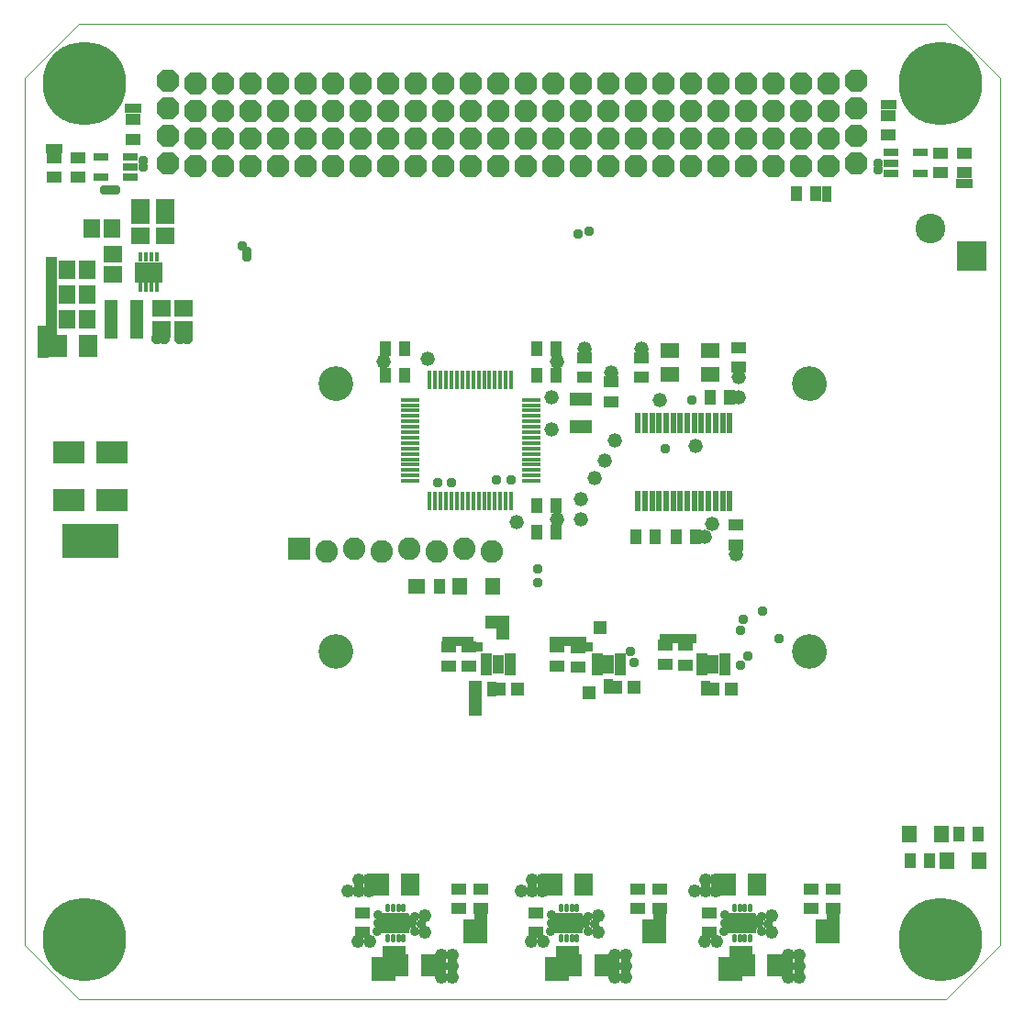
<source format=gts>
G75*
%MOIN*%
%OFA0B0*%
%FSLAX25Y25*%
%IPPOS*%
%LPD*%
%AMOC8*
5,1,8,0,0,1.08239X$1,22.5*
%
%ADD10R,0.04737X0.05131*%
%ADD11R,0.04068X0.01981*%
%ADD12R,0.04343X0.07099*%
%ADD13OC8,0.08200*%
%ADD14C,0.00000*%
%ADD15C,0.30328*%
%ADD16R,0.10800X0.10800*%
%ADD17C,0.10800*%
%ADD18C,0.12611*%
%ADD19R,0.05524X0.03950*%
%ADD20R,0.01784X0.06902*%
%ADD21R,0.06902X0.01784*%
%ADD22R,0.02375X0.07690*%
%ADD23R,0.07887X0.04737*%
%ADD24R,0.03950X0.05524*%
%ADD25C,0.05200*%
%ADD26R,0.07099X0.05721*%
%ADD27R,0.04737X0.01784*%
%ADD28R,0.01784X0.04737*%
%ADD29R,0.08200X0.08200*%
%ADD30C,0.08200*%
%ADD31R,0.05524X0.03162*%
%ADD32R,0.05524X0.06312*%
%ADD33R,0.10170X0.07296*%
%ADD34R,0.01784X0.03556*%
%ADD35R,0.06706X0.05918*%
%ADD36R,0.04658X0.14186*%
%ADD37R,0.05918X0.06706*%
%ADD38R,0.07099X0.07887*%
%ADD39C,0.01745*%
%ADD40C,0.00568*%
%ADD41R,0.11430X0.07887*%
%ADD42R,0.03581X0.03581*%
%ADD43R,0.03600X0.03600*%
%ADD44R,0.03778X0.03778*%
%ADD45C,0.03778*%
%ADD46OC8,0.03975*%
%ADD47R,0.03975X0.03975*%
%ADD48C,0.04762*%
%ADD49C,0.03581*%
%ADD50R,0.04762X0.04762*%
D10*
X0213050Y0114988D03*
X0219743Y0114988D03*
X0255320Y0115759D03*
X0262013Y0115759D03*
X0290667Y0115205D03*
X0297360Y0115205D03*
D11*
X0294901Y0121047D03*
X0294901Y0123016D03*
X0294901Y0124984D03*
X0294901Y0126953D03*
X0286515Y0126953D03*
X0286515Y0124984D03*
X0286515Y0123016D03*
X0286515Y0121047D03*
X0256901Y0121047D03*
X0256901Y0123016D03*
X0256901Y0124984D03*
X0256901Y0126953D03*
X0248515Y0126953D03*
X0248515Y0124984D03*
X0248515Y0123016D03*
X0248515Y0121047D03*
X0216801Y0121147D03*
X0216801Y0123116D03*
X0216801Y0125084D03*
X0216801Y0127053D03*
X0208415Y0127053D03*
X0208415Y0125084D03*
X0208415Y0123116D03*
X0208415Y0121147D03*
D12*
X0212608Y0124100D03*
X0252708Y0124000D03*
X0290708Y0124000D03*
D13*
X0292608Y0304912D03*
X0302608Y0304912D03*
X0302608Y0314912D03*
X0292608Y0314912D03*
X0282608Y0314912D03*
X0272608Y0314912D03*
X0262608Y0314912D03*
X0252608Y0314912D03*
X0242608Y0314912D03*
X0232608Y0314912D03*
X0222608Y0314912D03*
X0212608Y0314912D03*
X0202608Y0314912D03*
X0192608Y0314912D03*
X0182608Y0314912D03*
X0172608Y0314912D03*
X0162608Y0314912D03*
X0152608Y0314912D03*
X0142608Y0314912D03*
X0132608Y0314912D03*
X0122608Y0314912D03*
X0112608Y0314912D03*
X0102608Y0314912D03*
X0092608Y0315912D03*
X0092608Y0325912D03*
X0102608Y0324912D03*
X0102608Y0334912D03*
X0092608Y0335912D03*
X0112608Y0334912D03*
X0112608Y0324912D03*
X0122608Y0324912D03*
X0122608Y0334912D03*
X0132608Y0334912D03*
X0132608Y0324912D03*
X0142608Y0324912D03*
X0142608Y0334912D03*
X0152608Y0334912D03*
X0152608Y0324912D03*
X0162608Y0324912D03*
X0162608Y0334912D03*
X0172608Y0334912D03*
X0172608Y0324912D03*
X0182608Y0324912D03*
X0182608Y0334912D03*
X0192608Y0334912D03*
X0192608Y0324912D03*
X0202608Y0324912D03*
X0202608Y0334912D03*
X0212608Y0334912D03*
X0212608Y0324912D03*
X0222608Y0324912D03*
X0222608Y0334912D03*
X0232608Y0334912D03*
X0232608Y0324912D03*
X0242608Y0324912D03*
X0242608Y0334912D03*
X0252608Y0334912D03*
X0252608Y0324912D03*
X0262608Y0324912D03*
X0262608Y0334912D03*
X0272608Y0334912D03*
X0272608Y0324912D03*
X0282608Y0324912D03*
X0282608Y0334912D03*
X0292608Y0334912D03*
X0292608Y0324912D03*
X0302608Y0324912D03*
X0302608Y0334912D03*
X0312608Y0334912D03*
X0312608Y0324912D03*
X0322608Y0324912D03*
X0322608Y0334912D03*
X0332608Y0334912D03*
X0332608Y0324912D03*
X0342608Y0325912D03*
X0342608Y0335912D03*
X0342608Y0315912D03*
X0332608Y0314912D03*
X0322608Y0314912D03*
X0312608Y0314912D03*
X0312608Y0304912D03*
X0322608Y0304912D03*
X0332608Y0304912D03*
X0342608Y0305912D03*
X0282608Y0304912D03*
X0272608Y0304912D03*
X0262608Y0304912D03*
X0252608Y0304912D03*
X0242608Y0304912D03*
X0232608Y0304912D03*
X0222608Y0304912D03*
X0212608Y0304912D03*
X0202608Y0304912D03*
X0192608Y0304912D03*
X0182608Y0304912D03*
X0172608Y0304912D03*
X0162608Y0304912D03*
X0152608Y0304912D03*
X0142608Y0304912D03*
X0132608Y0304912D03*
X0122608Y0304912D03*
X0112608Y0304912D03*
X0102608Y0304912D03*
X0092608Y0305912D03*
D14*
X0040443Y0336880D02*
X0040443Y0021920D01*
X0060128Y0002235D01*
X0375089Y0002235D01*
X0394774Y0021920D01*
X0394774Y0336880D01*
X0375089Y0356565D01*
X0060128Y0356565D01*
X0040443Y0336880D01*
X0147652Y0226010D02*
X0147654Y0226163D01*
X0147660Y0226317D01*
X0147670Y0226470D01*
X0147684Y0226622D01*
X0147702Y0226775D01*
X0147724Y0226926D01*
X0147749Y0227077D01*
X0147779Y0227228D01*
X0147813Y0227378D01*
X0147850Y0227526D01*
X0147891Y0227674D01*
X0147936Y0227820D01*
X0147985Y0227966D01*
X0148038Y0228110D01*
X0148094Y0228252D01*
X0148154Y0228393D01*
X0148218Y0228533D01*
X0148285Y0228671D01*
X0148356Y0228807D01*
X0148431Y0228941D01*
X0148508Y0229073D01*
X0148590Y0229203D01*
X0148674Y0229331D01*
X0148762Y0229457D01*
X0148853Y0229580D01*
X0148947Y0229701D01*
X0149045Y0229819D01*
X0149145Y0229935D01*
X0149249Y0230048D01*
X0149355Y0230159D01*
X0149464Y0230267D01*
X0149576Y0230372D01*
X0149690Y0230473D01*
X0149808Y0230572D01*
X0149927Y0230668D01*
X0150049Y0230761D01*
X0150174Y0230850D01*
X0150301Y0230937D01*
X0150430Y0231019D01*
X0150561Y0231099D01*
X0150694Y0231175D01*
X0150829Y0231248D01*
X0150966Y0231317D01*
X0151105Y0231382D01*
X0151245Y0231444D01*
X0151387Y0231502D01*
X0151530Y0231557D01*
X0151675Y0231608D01*
X0151821Y0231655D01*
X0151968Y0231698D01*
X0152116Y0231737D01*
X0152265Y0231773D01*
X0152415Y0231804D01*
X0152566Y0231832D01*
X0152717Y0231856D01*
X0152870Y0231876D01*
X0153022Y0231892D01*
X0153175Y0231904D01*
X0153328Y0231912D01*
X0153481Y0231916D01*
X0153635Y0231916D01*
X0153788Y0231912D01*
X0153941Y0231904D01*
X0154094Y0231892D01*
X0154246Y0231876D01*
X0154399Y0231856D01*
X0154550Y0231832D01*
X0154701Y0231804D01*
X0154851Y0231773D01*
X0155000Y0231737D01*
X0155148Y0231698D01*
X0155295Y0231655D01*
X0155441Y0231608D01*
X0155586Y0231557D01*
X0155729Y0231502D01*
X0155871Y0231444D01*
X0156011Y0231382D01*
X0156150Y0231317D01*
X0156287Y0231248D01*
X0156422Y0231175D01*
X0156555Y0231099D01*
X0156686Y0231019D01*
X0156815Y0230937D01*
X0156942Y0230850D01*
X0157067Y0230761D01*
X0157189Y0230668D01*
X0157308Y0230572D01*
X0157426Y0230473D01*
X0157540Y0230372D01*
X0157652Y0230267D01*
X0157761Y0230159D01*
X0157867Y0230048D01*
X0157971Y0229935D01*
X0158071Y0229819D01*
X0158169Y0229701D01*
X0158263Y0229580D01*
X0158354Y0229457D01*
X0158442Y0229331D01*
X0158526Y0229203D01*
X0158608Y0229073D01*
X0158685Y0228941D01*
X0158760Y0228807D01*
X0158831Y0228671D01*
X0158898Y0228533D01*
X0158962Y0228393D01*
X0159022Y0228252D01*
X0159078Y0228110D01*
X0159131Y0227966D01*
X0159180Y0227820D01*
X0159225Y0227674D01*
X0159266Y0227526D01*
X0159303Y0227378D01*
X0159337Y0227228D01*
X0159367Y0227077D01*
X0159392Y0226926D01*
X0159414Y0226775D01*
X0159432Y0226622D01*
X0159446Y0226470D01*
X0159456Y0226317D01*
X0159462Y0226163D01*
X0159464Y0226010D01*
X0159462Y0225857D01*
X0159456Y0225703D01*
X0159446Y0225550D01*
X0159432Y0225398D01*
X0159414Y0225245D01*
X0159392Y0225094D01*
X0159367Y0224943D01*
X0159337Y0224792D01*
X0159303Y0224642D01*
X0159266Y0224494D01*
X0159225Y0224346D01*
X0159180Y0224200D01*
X0159131Y0224054D01*
X0159078Y0223910D01*
X0159022Y0223768D01*
X0158962Y0223627D01*
X0158898Y0223487D01*
X0158831Y0223349D01*
X0158760Y0223213D01*
X0158685Y0223079D01*
X0158608Y0222947D01*
X0158526Y0222817D01*
X0158442Y0222689D01*
X0158354Y0222563D01*
X0158263Y0222440D01*
X0158169Y0222319D01*
X0158071Y0222201D01*
X0157971Y0222085D01*
X0157867Y0221972D01*
X0157761Y0221861D01*
X0157652Y0221753D01*
X0157540Y0221648D01*
X0157426Y0221547D01*
X0157308Y0221448D01*
X0157189Y0221352D01*
X0157067Y0221259D01*
X0156942Y0221170D01*
X0156815Y0221083D01*
X0156686Y0221001D01*
X0156555Y0220921D01*
X0156422Y0220845D01*
X0156287Y0220772D01*
X0156150Y0220703D01*
X0156011Y0220638D01*
X0155871Y0220576D01*
X0155729Y0220518D01*
X0155586Y0220463D01*
X0155441Y0220412D01*
X0155295Y0220365D01*
X0155148Y0220322D01*
X0155000Y0220283D01*
X0154851Y0220247D01*
X0154701Y0220216D01*
X0154550Y0220188D01*
X0154399Y0220164D01*
X0154246Y0220144D01*
X0154094Y0220128D01*
X0153941Y0220116D01*
X0153788Y0220108D01*
X0153635Y0220104D01*
X0153481Y0220104D01*
X0153328Y0220108D01*
X0153175Y0220116D01*
X0153022Y0220128D01*
X0152870Y0220144D01*
X0152717Y0220164D01*
X0152566Y0220188D01*
X0152415Y0220216D01*
X0152265Y0220247D01*
X0152116Y0220283D01*
X0151968Y0220322D01*
X0151821Y0220365D01*
X0151675Y0220412D01*
X0151530Y0220463D01*
X0151387Y0220518D01*
X0151245Y0220576D01*
X0151105Y0220638D01*
X0150966Y0220703D01*
X0150829Y0220772D01*
X0150694Y0220845D01*
X0150561Y0220921D01*
X0150430Y0221001D01*
X0150301Y0221083D01*
X0150174Y0221170D01*
X0150049Y0221259D01*
X0149927Y0221352D01*
X0149808Y0221448D01*
X0149690Y0221547D01*
X0149576Y0221648D01*
X0149464Y0221753D01*
X0149355Y0221861D01*
X0149249Y0221972D01*
X0149145Y0222085D01*
X0149045Y0222201D01*
X0148947Y0222319D01*
X0148853Y0222440D01*
X0148762Y0222563D01*
X0148674Y0222689D01*
X0148590Y0222817D01*
X0148508Y0222947D01*
X0148431Y0223079D01*
X0148356Y0223213D01*
X0148285Y0223349D01*
X0148218Y0223487D01*
X0148154Y0223627D01*
X0148094Y0223768D01*
X0148038Y0223910D01*
X0147985Y0224054D01*
X0147936Y0224200D01*
X0147891Y0224346D01*
X0147850Y0224494D01*
X0147813Y0224642D01*
X0147779Y0224792D01*
X0147749Y0224943D01*
X0147724Y0225094D01*
X0147702Y0225245D01*
X0147684Y0225398D01*
X0147670Y0225550D01*
X0147660Y0225703D01*
X0147654Y0225857D01*
X0147652Y0226010D01*
X0147682Y0128800D02*
X0147684Y0128953D01*
X0147690Y0129107D01*
X0147700Y0129260D01*
X0147714Y0129412D01*
X0147732Y0129565D01*
X0147754Y0129716D01*
X0147779Y0129867D01*
X0147809Y0130018D01*
X0147843Y0130168D01*
X0147880Y0130316D01*
X0147921Y0130464D01*
X0147966Y0130610D01*
X0148015Y0130756D01*
X0148068Y0130900D01*
X0148124Y0131042D01*
X0148184Y0131183D01*
X0148248Y0131323D01*
X0148315Y0131461D01*
X0148386Y0131597D01*
X0148461Y0131731D01*
X0148538Y0131863D01*
X0148620Y0131993D01*
X0148704Y0132121D01*
X0148792Y0132247D01*
X0148883Y0132370D01*
X0148977Y0132491D01*
X0149075Y0132609D01*
X0149175Y0132725D01*
X0149279Y0132838D01*
X0149385Y0132949D01*
X0149494Y0133057D01*
X0149606Y0133162D01*
X0149720Y0133263D01*
X0149838Y0133362D01*
X0149957Y0133458D01*
X0150079Y0133551D01*
X0150204Y0133640D01*
X0150331Y0133727D01*
X0150460Y0133809D01*
X0150591Y0133889D01*
X0150724Y0133965D01*
X0150859Y0134038D01*
X0150996Y0134107D01*
X0151135Y0134172D01*
X0151275Y0134234D01*
X0151417Y0134292D01*
X0151560Y0134347D01*
X0151705Y0134398D01*
X0151851Y0134445D01*
X0151998Y0134488D01*
X0152146Y0134527D01*
X0152295Y0134563D01*
X0152445Y0134594D01*
X0152596Y0134622D01*
X0152747Y0134646D01*
X0152900Y0134666D01*
X0153052Y0134682D01*
X0153205Y0134694D01*
X0153358Y0134702D01*
X0153511Y0134706D01*
X0153665Y0134706D01*
X0153818Y0134702D01*
X0153971Y0134694D01*
X0154124Y0134682D01*
X0154276Y0134666D01*
X0154429Y0134646D01*
X0154580Y0134622D01*
X0154731Y0134594D01*
X0154881Y0134563D01*
X0155030Y0134527D01*
X0155178Y0134488D01*
X0155325Y0134445D01*
X0155471Y0134398D01*
X0155616Y0134347D01*
X0155759Y0134292D01*
X0155901Y0134234D01*
X0156041Y0134172D01*
X0156180Y0134107D01*
X0156317Y0134038D01*
X0156452Y0133965D01*
X0156585Y0133889D01*
X0156716Y0133809D01*
X0156845Y0133727D01*
X0156972Y0133640D01*
X0157097Y0133551D01*
X0157219Y0133458D01*
X0157338Y0133362D01*
X0157456Y0133263D01*
X0157570Y0133162D01*
X0157682Y0133057D01*
X0157791Y0132949D01*
X0157897Y0132838D01*
X0158001Y0132725D01*
X0158101Y0132609D01*
X0158199Y0132491D01*
X0158293Y0132370D01*
X0158384Y0132247D01*
X0158472Y0132121D01*
X0158556Y0131993D01*
X0158638Y0131863D01*
X0158715Y0131731D01*
X0158790Y0131597D01*
X0158861Y0131461D01*
X0158928Y0131323D01*
X0158992Y0131183D01*
X0159052Y0131042D01*
X0159108Y0130900D01*
X0159161Y0130756D01*
X0159210Y0130610D01*
X0159255Y0130464D01*
X0159296Y0130316D01*
X0159333Y0130168D01*
X0159367Y0130018D01*
X0159397Y0129867D01*
X0159422Y0129716D01*
X0159444Y0129565D01*
X0159462Y0129412D01*
X0159476Y0129260D01*
X0159486Y0129107D01*
X0159492Y0128953D01*
X0159494Y0128800D01*
X0159492Y0128647D01*
X0159486Y0128493D01*
X0159476Y0128340D01*
X0159462Y0128188D01*
X0159444Y0128035D01*
X0159422Y0127884D01*
X0159397Y0127733D01*
X0159367Y0127582D01*
X0159333Y0127432D01*
X0159296Y0127284D01*
X0159255Y0127136D01*
X0159210Y0126990D01*
X0159161Y0126844D01*
X0159108Y0126700D01*
X0159052Y0126558D01*
X0158992Y0126417D01*
X0158928Y0126277D01*
X0158861Y0126139D01*
X0158790Y0126003D01*
X0158715Y0125869D01*
X0158638Y0125737D01*
X0158556Y0125607D01*
X0158472Y0125479D01*
X0158384Y0125353D01*
X0158293Y0125230D01*
X0158199Y0125109D01*
X0158101Y0124991D01*
X0158001Y0124875D01*
X0157897Y0124762D01*
X0157791Y0124651D01*
X0157682Y0124543D01*
X0157570Y0124438D01*
X0157456Y0124337D01*
X0157338Y0124238D01*
X0157219Y0124142D01*
X0157097Y0124049D01*
X0156972Y0123960D01*
X0156845Y0123873D01*
X0156716Y0123791D01*
X0156585Y0123711D01*
X0156452Y0123635D01*
X0156317Y0123562D01*
X0156180Y0123493D01*
X0156041Y0123428D01*
X0155901Y0123366D01*
X0155759Y0123308D01*
X0155616Y0123253D01*
X0155471Y0123202D01*
X0155325Y0123155D01*
X0155178Y0123112D01*
X0155030Y0123073D01*
X0154881Y0123037D01*
X0154731Y0123006D01*
X0154580Y0122978D01*
X0154429Y0122954D01*
X0154276Y0122934D01*
X0154124Y0122918D01*
X0153971Y0122906D01*
X0153818Y0122898D01*
X0153665Y0122894D01*
X0153511Y0122894D01*
X0153358Y0122898D01*
X0153205Y0122906D01*
X0153052Y0122918D01*
X0152900Y0122934D01*
X0152747Y0122954D01*
X0152596Y0122978D01*
X0152445Y0123006D01*
X0152295Y0123037D01*
X0152146Y0123073D01*
X0151998Y0123112D01*
X0151851Y0123155D01*
X0151705Y0123202D01*
X0151560Y0123253D01*
X0151417Y0123308D01*
X0151275Y0123366D01*
X0151135Y0123428D01*
X0150996Y0123493D01*
X0150859Y0123562D01*
X0150724Y0123635D01*
X0150591Y0123711D01*
X0150460Y0123791D01*
X0150331Y0123873D01*
X0150204Y0123960D01*
X0150079Y0124049D01*
X0149957Y0124142D01*
X0149838Y0124238D01*
X0149720Y0124337D01*
X0149606Y0124438D01*
X0149494Y0124543D01*
X0149385Y0124651D01*
X0149279Y0124762D01*
X0149175Y0124875D01*
X0149075Y0124991D01*
X0148977Y0125109D01*
X0148883Y0125230D01*
X0148792Y0125353D01*
X0148704Y0125479D01*
X0148620Y0125607D01*
X0148538Y0125737D01*
X0148461Y0125869D01*
X0148386Y0126003D01*
X0148315Y0126139D01*
X0148248Y0126277D01*
X0148184Y0126417D01*
X0148124Y0126558D01*
X0148068Y0126700D01*
X0148015Y0126844D01*
X0147966Y0126990D01*
X0147921Y0127136D01*
X0147880Y0127284D01*
X0147843Y0127432D01*
X0147809Y0127582D01*
X0147779Y0127733D01*
X0147754Y0127884D01*
X0147732Y0128035D01*
X0147714Y0128188D01*
X0147700Y0128340D01*
X0147690Y0128493D01*
X0147684Y0128647D01*
X0147682Y0128800D01*
X0319722Y0128770D02*
X0319724Y0128923D01*
X0319730Y0129077D01*
X0319740Y0129230D01*
X0319754Y0129382D01*
X0319772Y0129535D01*
X0319794Y0129686D01*
X0319819Y0129837D01*
X0319849Y0129988D01*
X0319883Y0130138D01*
X0319920Y0130286D01*
X0319961Y0130434D01*
X0320006Y0130580D01*
X0320055Y0130726D01*
X0320108Y0130870D01*
X0320164Y0131012D01*
X0320224Y0131153D01*
X0320288Y0131293D01*
X0320355Y0131431D01*
X0320426Y0131567D01*
X0320501Y0131701D01*
X0320578Y0131833D01*
X0320660Y0131963D01*
X0320744Y0132091D01*
X0320832Y0132217D01*
X0320923Y0132340D01*
X0321017Y0132461D01*
X0321115Y0132579D01*
X0321215Y0132695D01*
X0321319Y0132808D01*
X0321425Y0132919D01*
X0321534Y0133027D01*
X0321646Y0133132D01*
X0321760Y0133233D01*
X0321878Y0133332D01*
X0321997Y0133428D01*
X0322119Y0133521D01*
X0322244Y0133610D01*
X0322371Y0133697D01*
X0322500Y0133779D01*
X0322631Y0133859D01*
X0322764Y0133935D01*
X0322899Y0134008D01*
X0323036Y0134077D01*
X0323175Y0134142D01*
X0323315Y0134204D01*
X0323457Y0134262D01*
X0323600Y0134317D01*
X0323745Y0134368D01*
X0323891Y0134415D01*
X0324038Y0134458D01*
X0324186Y0134497D01*
X0324335Y0134533D01*
X0324485Y0134564D01*
X0324636Y0134592D01*
X0324787Y0134616D01*
X0324940Y0134636D01*
X0325092Y0134652D01*
X0325245Y0134664D01*
X0325398Y0134672D01*
X0325551Y0134676D01*
X0325705Y0134676D01*
X0325858Y0134672D01*
X0326011Y0134664D01*
X0326164Y0134652D01*
X0326316Y0134636D01*
X0326469Y0134616D01*
X0326620Y0134592D01*
X0326771Y0134564D01*
X0326921Y0134533D01*
X0327070Y0134497D01*
X0327218Y0134458D01*
X0327365Y0134415D01*
X0327511Y0134368D01*
X0327656Y0134317D01*
X0327799Y0134262D01*
X0327941Y0134204D01*
X0328081Y0134142D01*
X0328220Y0134077D01*
X0328357Y0134008D01*
X0328492Y0133935D01*
X0328625Y0133859D01*
X0328756Y0133779D01*
X0328885Y0133697D01*
X0329012Y0133610D01*
X0329137Y0133521D01*
X0329259Y0133428D01*
X0329378Y0133332D01*
X0329496Y0133233D01*
X0329610Y0133132D01*
X0329722Y0133027D01*
X0329831Y0132919D01*
X0329937Y0132808D01*
X0330041Y0132695D01*
X0330141Y0132579D01*
X0330239Y0132461D01*
X0330333Y0132340D01*
X0330424Y0132217D01*
X0330512Y0132091D01*
X0330596Y0131963D01*
X0330678Y0131833D01*
X0330755Y0131701D01*
X0330830Y0131567D01*
X0330901Y0131431D01*
X0330968Y0131293D01*
X0331032Y0131153D01*
X0331092Y0131012D01*
X0331148Y0130870D01*
X0331201Y0130726D01*
X0331250Y0130580D01*
X0331295Y0130434D01*
X0331336Y0130286D01*
X0331373Y0130138D01*
X0331407Y0129988D01*
X0331437Y0129837D01*
X0331462Y0129686D01*
X0331484Y0129535D01*
X0331502Y0129382D01*
X0331516Y0129230D01*
X0331526Y0129077D01*
X0331532Y0128923D01*
X0331534Y0128770D01*
X0331532Y0128617D01*
X0331526Y0128463D01*
X0331516Y0128310D01*
X0331502Y0128158D01*
X0331484Y0128005D01*
X0331462Y0127854D01*
X0331437Y0127703D01*
X0331407Y0127552D01*
X0331373Y0127402D01*
X0331336Y0127254D01*
X0331295Y0127106D01*
X0331250Y0126960D01*
X0331201Y0126814D01*
X0331148Y0126670D01*
X0331092Y0126528D01*
X0331032Y0126387D01*
X0330968Y0126247D01*
X0330901Y0126109D01*
X0330830Y0125973D01*
X0330755Y0125839D01*
X0330678Y0125707D01*
X0330596Y0125577D01*
X0330512Y0125449D01*
X0330424Y0125323D01*
X0330333Y0125200D01*
X0330239Y0125079D01*
X0330141Y0124961D01*
X0330041Y0124845D01*
X0329937Y0124732D01*
X0329831Y0124621D01*
X0329722Y0124513D01*
X0329610Y0124408D01*
X0329496Y0124307D01*
X0329378Y0124208D01*
X0329259Y0124112D01*
X0329137Y0124019D01*
X0329012Y0123930D01*
X0328885Y0123843D01*
X0328756Y0123761D01*
X0328625Y0123681D01*
X0328492Y0123605D01*
X0328357Y0123532D01*
X0328220Y0123463D01*
X0328081Y0123398D01*
X0327941Y0123336D01*
X0327799Y0123278D01*
X0327656Y0123223D01*
X0327511Y0123172D01*
X0327365Y0123125D01*
X0327218Y0123082D01*
X0327070Y0123043D01*
X0326921Y0123007D01*
X0326771Y0122976D01*
X0326620Y0122948D01*
X0326469Y0122924D01*
X0326316Y0122904D01*
X0326164Y0122888D01*
X0326011Y0122876D01*
X0325858Y0122868D01*
X0325705Y0122864D01*
X0325551Y0122864D01*
X0325398Y0122868D01*
X0325245Y0122876D01*
X0325092Y0122888D01*
X0324940Y0122904D01*
X0324787Y0122924D01*
X0324636Y0122948D01*
X0324485Y0122976D01*
X0324335Y0123007D01*
X0324186Y0123043D01*
X0324038Y0123082D01*
X0323891Y0123125D01*
X0323745Y0123172D01*
X0323600Y0123223D01*
X0323457Y0123278D01*
X0323315Y0123336D01*
X0323175Y0123398D01*
X0323036Y0123463D01*
X0322899Y0123532D01*
X0322764Y0123605D01*
X0322631Y0123681D01*
X0322500Y0123761D01*
X0322371Y0123843D01*
X0322244Y0123930D01*
X0322119Y0124019D01*
X0321997Y0124112D01*
X0321878Y0124208D01*
X0321760Y0124307D01*
X0321646Y0124408D01*
X0321534Y0124513D01*
X0321425Y0124621D01*
X0321319Y0124732D01*
X0321215Y0124845D01*
X0321115Y0124961D01*
X0321017Y0125079D01*
X0320923Y0125200D01*
X0320832Y0125323D01*
X0320744Y0125449D01*
X0320660Y0125577D01*
X0320578Y0125707D01*
X0320501Y0125839D01*
X0320426Y0125973D01*
X0320355Y0126109D01*
X0320288Y0126247D01*
X0320224Y0126387D01*
X0320164Y0126528D01*
X0320108Y0126670D01*
X0320055Y0126814D01*
X0320006Y0126960D01*
X0319961Y0127106D01*
X0319920Y0127254D01*
X0319883Y0127402D01*
X0319849Y0127552D01*
X0319819Y0127703D01*
X0319794Y0127854D01*
X0319772Y0128005D01*
X0319754Y0128158D01*
X0319740Y0128310D01*
X0319730Y0128463D01*
X0319724Y0128617D01*
X0319722Y0128770D01*
X0319722Y0226030D02*
X0319724Y0226183D01*
X0319730Y0226337D01*
X0319740Y0226490D01*
X0319754Y0226642D01*
X0319772Y0226795D01*
X0319794Y0226946D01*
X0319819Y0227097D01*
X0319849Y0227248D01*
X0319883Y0227398D01*
X0319920Y0227546D01*
X0319961Y0227694D01*
X0320006Y0227840D01*
X0320055Y0227986D01*
X0320108Y0228130D01*
X0320164Y0228272D01*
X0320224Y0228413D01*
X0320288Y0228553D01*
X0320355Y0228691D01*
X0320426Y0228827D01*
X0320501Y0228961D01*
X0320578Y0229093D01*
X0320660Y0229223D01*
X0320744Y0229351D01*
X0320832Y0229477D01*
X0320923Y0229600D01*
X0321017Y0229721D01*
X0321115Y0229839D01*
X0321215Y0229955D01*
X0321319Y0230068D01*
X0321425Y0230179D01*
X0321534Y0230287D01*
X0321646Y0230392D01*
X0321760Y0230493D01*
X0321878Y0230592D01*
X0321997Y0230688D01*
X0322119Y0230781D01*
X0322244Y0230870D01*
X0322371Y0230957D01*
X0322500Y0231039D01*
X0322631Y0231119D01*
X0322764Y0231195D01*
X0322899Y0231268D01*
X0323036Y0231337D01*
X0323175Y0231402D01*
X0323315Y0231464D01*
X0323457Y0231522D01*
X0323600Y0231577D01*
X0323745Y0231628D01*
X0323891Y0231675D01*
X0324038Y0231718D01*
X0324186Y0231757D01*
X0324335Y0231793D01*
X0324485Y0231824D01*
X0324636Y0231852D01*
X0324787Y0231876D01*
X0324940Y0231896D01*
X0325092Y0231912D01*
X0325245Y0231924D01*
X0325398Y0231932D01*
X0325551Y0231936D01*
X0325705Y0231936D01*
X0325858Y0231932D01*
X0326011Y0231924D01*
X0326164Y0231912D01*
X0326316Y0231896D01*
X0326469Y0231876D01*
X0326620Y0231852D01*
X0326771Y0231824D01*
X0326921Y0231793D01*
X0327070Y0231757D01*
X0327218Y0231718D01*
X0327365Y0231675D01*
X0327511Y0231628D01*
X0327656Y0231577D01*
X0327799Y0231522D01*
X0327941Y0231464D01*
X0328081Y0231402D01*
X0328220Y0231337D01*
X0328357Y0231268D01*
X0328492Y0231195D01*
X0328625Y0231119D01*
X0328756Y0231039D01*
X0328885Y0230957D01*
X0329012Y0230870D01*
X0329137Y0230781D01*
X0329259Y0230688D01*
X0329378Y0230592D01*
X0329496Y0230493D01*
X0329610Y0230392D01*
X0329722Y0230287D01*
X0329831Y0230179D01*
X0329937Y0230068D01*
X0330041Y0229955D01*
X0330141Y0229839D01*
X0330239Y0229721D01*
X0330333Y0229600D01*
X0330424Y0229477D01*
X0330512Y0229351D01*
X0330596Y0229223D01*
X0330678Y0229093D01*
X0330755Y0228961D01*
X0330830Y0228827D01*
X0330901Y0228691D01*
X0330968Y0228553D01*
X0331032Y0228413D01*
X0331092Y0228272D01*
X0331148Y0228130D01*
X0331201Y0227986D01*
X0331250Y0227840D01*
X0331295Y0227694D01*
X0331336Y0227546D01*
X0331373Y0227398D01*
X0331407Y0227248D01*
X0331437Y0227097D01*
X0331462Y0226946D01*
X0331484Y0226795D01*
X0331502Y0226642D01*
X0331516Y0226490D01*
X0331526Y0226337D01*
X0331532Y0226183D01*
X0331534Y0226030D01*
X0331532Y0225877D01*
X0331526Y0225723D01*
X0331516Y0225570D01*
X0331502Y0225418D01*
X0331484Y0225265D01*
X0331462Y0225114D01*
X0331437Y0224963D01*
X0331407Y0224812D01*
X0331373Y0224662D01*
X0331336Y0224514D01*
X0331295Y0224366D01*
X0331250Y0224220D01*
X0331201Y0224074D01*
X0331148Y0223930D01*
X0331092Y0223788D01*
X0331032Y0223647D01*
X0330968Y0223507D01*
X0330901Y0223369D01*
X0330830Y0223233D01*
X0330755Y0223099D01*
X0330678Y0222967D01*
X0330596Y0222837D01*
X0330512Y0222709D01*
X0330424Y0222583D01*
X0330333Y0222460D01*
X0330239Y0222339D01*
X0330141Y0222221D01*
X0330041Y0222105D01*
X0329937Y0221992D01*
X0329831Y0221881D01*
X0329722Y0221773D01*
X0329610Y0221668D01*
X0329496Y0221567D01*
X0329378Y0221468D01*
X0329259Y0221372D01*
X0329137Y0221279D01*
X0329012Y0221190D01*
X0328885Y0221103D01*
X0328756Y0221021D01*
X0328625Y0220941D01*
X0328492Y0220865D01*
X0328357Y0220792D01*
X0328220Y0220723D01*
X0328081Y0220658D01*
X0327941Y0220596D01*
X0327799Y0220538D01*
X0327656Y0220483D01*
X0327511Y0220432D01*
X0327365Y0220385D01*
X0327218Y0220342D01*
X0327070Y0220303D01*
X0326921Y0220267D01*
X0326771Y0220236D01*
X0326620Y0220208D01*
X0326469Y0220184D01*
X0326316Y0220164D01*
X0326164Y0220148D01*
X0326011Y0220136D01*
X0325858Y0220128D01*
X0325705Y0220124D01*
X0325551Y0220124D01*
X0325398Y0220128D01*
X0325245Y0220136D01*
X0325092Y0220148D01*
X0324940Y0220164D01*
X0324787Y0220184D01*
X0324636Y0220208D01*
X0324485Y0220236D01*
X0324335Y0220267D01*
X0324186Y0220303D01*
X0324038Y0220342D01*
X0323891Y0220385D01*
X0323745Y0220432D01*
X0323600Y0220483D01*
X0323457Y0220538D01*
X0323315Y0220596D01*
X0323175Y0220658D01*
X0323036Y0220723D01*
X0322899Y0220792D01*
X0322764Y0220865D01*
X0322631Y0220941D01*
X0322500Y0221021D01*
X0322371Y0221103D01*
X0322244Y0221190D01*
X0322119Y0221279D01*
X0321997Y0221372D01*
X0321878Y0221468D01*
X0321760Y0221567D01*
X0321646Y0221668D01*
X0321534Y0221773D01*
X0321425Y0221881D01*
X0321319Y0221992D01*
X0321215Y0222105D01*
X0321115Y0222221D01*
X0321017Y0222339D01*
X0320923Y0222460D01*
X0320832Y0222583D01*
X0320744Y0222709D01*
X0320660Y0222837D01*
X0320578Y0222967D01*
X0320501Y0223099D01*
X0320426Y0223233D01*
X0320355Y0223369D01*
X0320288Y0223507D01*
X0320224Y0223647D01*
X0320164Y0223788D01*
X0320108Y0223930D01*
X0320055Y0224074D01*
X0320006Y0224220D01*
X0319961Y0224366D01*
X0319920Y0224514D01*
X0319883Y0224662D01*
X0319849Y0224812D01*
X0319819Y0224963D01*
X0319794Y0225114D01*
X0319772Y0225265D01*
X0319754Y0225418D01*
X0319740Y0225570D01*
X0319730Y0225723D01*
X0319724Y0225877D01*
X0319722Y0226030D01*
D15*
X0373120Y0334912D03*
X0062096Y0334912D03*
X0062096Y0023888D03*
X0373120Y0023888D03*
D16*
X0384608Y0272400D03*
D17*
X0369608Y0282400D03*
D18*
X0325628Y0226030D03*
X0325628Y0128770D03*
X0153588Y0128800D03*
X0153558Y0226010D03*
D19*
X0243847Y0228353D03*
X0243847Y0235439D03*
X0253689Y0226581D03*
X0253689Y0219494D03*
X0264516Y0228353D03*
X0264516Y0235439D03*
X0299949Y0231955D03*
X0299949Y0239042D03*
X0298965Y0174573D03*
X0298965Y0167487D03*
X0280608Y0130943D03*
X0280608Y0123857D03*
X0273299Y0123978D03*
X0273299Y0131065D03*
X0241734Y0130132D03*
X0241734Y0123046D03*
X0233929Y0123378D03*
X0233929Y0130465D03*
X0201808Y0130443D03*
X0201808Y0123357D03*
X0194622Y0123378D03*
X0194622Y0130465D03*
X0198364Y0042439D03*
X0198364Y0035353D03*
X0206238Y0035353D03*
X0206238Y0042439D03*
X0226292Y0033665D03*
X0226292Y0026578D03*
X0263325Y0035353D03*
X0271199Y0035353D03*
X0271199Y0042439D03*
X0263325Y0042439D03*
X0289284Y0033665D03*
X0289284Y0026578D03*
X0326317Y0035353D03*
X0326317Y0042439D03*
X0334191Y0042439D03*
X0334191Y0035353D03*
X0163300Y0033665D03*
X0163300Y0026578D03*
X0059858Y0301107D03*
X0059858Y0308193D03*
X0051108Y0308193D03*
X0051108Y0301107D03*
X0079858Y0314857D03*
X0079858Y0321943D03*
X0354358Y0323443D03*
X0354358Y0316357D03*
X0373108Y0309693D03*
X0373108Y0302607D03*
X0381858Y0302607D03*
X0381858Y0309693D03*
D20*
X0217272Y0227447D03*
X0215304Y0227447D03*
X0213335Y0227447D03*
X0211367Y0227447D03*
X0209398Y0227447D03*
X0207430Y0227447D03*
X0205461Y0227447D03*
X0203493Y0227447D03*
X0201524Y0227447D03*
X0199556Y0227447D03*
X0197587Y0227447D03*
X0195619Y0227447D03*
X0193650Y0227447D03*
X0191682Y0227447D03*
X0189713Y0227447D03*
X0187745Y0227447D03*
X0187745Y0183353D03*
X0189713Y0183353D03*
X0191682Y0183353D03*
X0193650Y0183353D03*
X0195619Y0183353D03*
X0197587Y0183353D03*
X0199556Y0183353D03*
X0201524Y0183353D03*
X0203493Y0183353D03*
X0205461Y0183353D03*
X0207430Y0183353D03*
X0209398Y0183353D03*
X0211367Y0183353D03*
X0213335Y0183353D03*
X0215304Y0183353D03*
X0217272Y0183353D03*
D21*
X0224556Y0190636D03*
X0224556Y0192605D03*
X0224556Y0194573D03*
X0224556Y0196542D03*
X0224556Y0198510D03*
X0224556Y0200479D03*
X0224556Y0202447D03*
X0224556Y0204416D03*
X0224556Y0206384D03*
X0224556Y0208353D03*
X0224556Y0210321D03*
X0224556Y0212290D03*
X0224556Y0214258D03*
X0224556Y0216227D03*
X0224556Y0218195D03*
X0224556Y0220164D03*
X0180461Y0220164D03*
X0180461Y0218195D03*
X0180461Y0216227D03*
X0180461Y0214258D03*
X0180461Y0212290D03*
X0180461Y0210321D03*
X0180461Y0208353D03*
X0180461Y0206384D03*
X0180461Y0204416D03*
X0180461Y0202447D03*
X0180461Y0200479D03*
X0180461Y0198510D03*
X0180461Y0196542D03*
X0180461Y0194573D03*
X0180461Y0192605D03*
X0180461Y0190636D03*
D22*
X0263374Y0183353D03*
X0265933Y0183353D03*
X0268493Y0183353D03*
X0271052Y0183353D03*
X0273611Y0183353D03*
X0276170Y0183353D03*
X0278729Y0183353D03*
X0281288Y0183353D03*
X0283847Y0183353D03*
X0286406Y0183353D03*
X0288965Y0183353D03*
X0291524Y0183353D03*
X0294083Y0183353D03*
X0296642Y0183353D03*
X0296642Y0211699D03*
X0294083Y0211699D03*
X0291524Y0211699D03*
X0288965Y0211699D03*
X0286406Y0211699D03*
X0283847Y0211699D03*
X0281288Y0211699D03*
X0278729Y0211699D03*
X0276170Y0211699D03*
X0273611Y0211699D03*
X0271052Y0211699D03*
X0268493Y0211699D03*
X0265933Y0211699D03*
X0263374Y0211699D03*
D23*
X0242508Y0210479D03*
X0242508Y0220321D03*
D24*
X0233532Y0229022D03*
X0226445Y0229022D03*
X0226445Y0238865D03*
X0233532Y0238865D03*
X0178571Y0238865D03*
X0171485Y0238865D03*
X0171485Y0229022D03*
X0178571Y0229022D03*
X0226445Y0181778D03*
X0233532Y0181778D03*
X0233532Y0171935D03*
X0226445Y0171935D03*
X0262528Y0170459D03*
X0269615Y0170459D03*
X0277134Y0170459D03*
X0284221Y0170459D03*
X0289536Y0221050D03*
X0296622Y0221050D03*
X0320815Y0294900D03*
X0327902Y0294900D03*
X0191152Y0152400D03*
X0184065Y0152400D03*
X0362144Y0052676D03*
X0369230Y0052676D03*
X0379860Y0062518D03*
X0386947Y0062518D03*
D25*
X0298965Y0164061D03*
X0287646Y0170459D03*
X0290107Y0174888D03*
X0284201Y0203431D03*
X0271406Y0220164D03*
X0264516Y0238865D03*
X0253689Y0230006D03*
X0243847Y0238865D03*
X0234004Y0233943D03*
X0232036Y0221148D03*
X0232036Y0209337D03*
X0251145Y0197918D03*
X0247523Y0191670D03*
X0242508Y0184150D03*
X0242508Y0176650D03*
X0234004Y0176857D03*
X0219241Y0175872D03*
X0255058Y0205400D03*
X0300048Y0221050D03*
X0299949Y0228530D03*
X0186760Y0234928D03*
X0171012Y0233943D03*
D26*
X0274870Y0238195D03*
X0274870Y0229534D03*
X0289437Y0229534D03*
X0289437Y0238195D03*
D27*
X0298965Y0175282D03*
D28*
X0276819Y0170459D03*
X0225675Y0171931D03*
X0289221Y0221050D03*
X0225753Y0238795D03*
X0179034Y0238995D03*
D29*
X0140108Y0166000D03*
D30*
X0150108Y0165000D03*
X0160108Y0166000D03*
X0170108Y0165000D03*
X0180108Y0166000D03*
X0190108Y0165000D03*
X0200108Y0166000D03*
X0210108Y0165000D03*
D31*
X0078923Y0300910D03*
X0078923Y0304650D03*
X0078923Y0308390D03*
X0068293Y0308390D03*
X0068293Y0300910D03*
X0355293Y0302410D03*
X0355293Y0306150D03*
X0355293Y0309890D03*
X0365923Y0309890D03*
X0365923Y0302410D03*
D32*
X0210514Y0152400D03*
X0198703Y0152400D03*
X0361750Y0062518D03*
X0373561Y0062518D03*
X0375530Y0052676D03*
X0387341Y0052676D03*
D33*
X0085608Y0266400D03*
D34*
X0084624Y0260888D03*
X0082656Y0260888D03*
X0086593Y0260888D03*
X0088561Y0260888D03*
X0088561Y0271912D03*
X0086593Y0271912D03*
X0084624Y0271912D03*
X0082656Y0271912D03*
D35*
X0082608Y0279660D03*
X0082608Y0287140D03*
X0091608Y0287140D03*
X0091608Y0279660D03*
X0072608Y0273140D03*
X0072608Y0265660D03*
X0090096Y0253266D03*
X0090096Y0245786D03*
X0098364Y0245786D03*
X0098364Y0253266D03*
D36*
X0081274Y0249400D03*
X0071943Y0249400D03*
D37*
X0063348Y0249400D03*
X0055868Y0249400D03*
X0055868Y0258400D03*
X0063348Y0258400D03*
X0063348Y0267400D03*
X0055868Y0267400D03*
X0064868Y0282400D03*
X0072348Y0282400D03*
D38*
X0063620Y0239700D03*
X0052596Y0239700D03*
X0169599Y0043901D03*
X0180622Y0043901D03*
X0176736Y0014600D03*
X0187759Y0014600D03*
X0232591Y0043901D03*
X0243615Y0043901D03*
X0239728Y0014600D03*
X0250752Y0014600D03*
X0295583Y0043901D03*
X0306607Y0043901D03*
X0302720Y0014600D03*
X0313744Y0014600D03*
D39*
X0304048Y0023900D02*
X0304048Y0025318D01*
X0304048Y0025318D01*
X0304048Y0023900D01*
X0304048Y0023900D01*
X0302079Y0023900D02*
X0302079Y0025318D01*
X0302079Y0025318D01*
X0302079Y0023900D01*
X0302079Y0023900D01*
X0300111Y0023900D02*
X0300111Y0025318D01*
X0300111Y0025318D01*
X0300111Y0023900D01*
X0300111Y0023900D01*
X0298142Y0023900D02*
X0298142Y0025318D01*
X0298142Y0025318D01*
X0298142Y0023900D01*
X0298142Y0023900D01*
X0298142Y0034924D02*
X0298142Y0036342D01*
X0298142Y0034924D02*
X0298142Y0034924D01*
X0298142Y0036342D01*
X0298142Y0036342D01*
X0300111Y0036342D02*
X0300111Y0034924D01*
X0300111Y0034924D01*
X0300111Y0036342D01*
X0300111Y0036342D01*
X0302079Y0036342D02*
X0302079Y0034924D01*
X0302079Y0034924D01*
X0302079Y0036342D01*
X0302079Y0036342D01*
X0304048Y0036342D02*
X0304048Y0034924D01*
X0304048Y0034924D01*
X0304048Y0036342D01*
X0304048Y0036342D01*
X0241056Y0036342D02*
X0241056Y0034924D01*
X0241056Y0034924D01*
X0241056Y0036342D01*
X0241056Y0036342D01*
X0239087Y0036342D02*
X0239087Y0034924D01*
X0239087Y0034924D01*
X0239087Y0036342D01*
X0239087Y0036342D01*
X0237119Y0036342D02*
X0237119Y0034924D01*
X0237119Y0034924D01*
X0237119Y0036342D01*
X0237119Y0036342D01*
X0235150Y0036342D02*
X0235150Y0034924D01*
X0235150Y0034924D01*
X0235150Y0036342D01*
X0235150Y0036342D01*
X0235150Y0025318D02*
X0235150Y0023900D01*
X0235150Y0025318D02*
X0235150Y0025318D01*
X0235150Y0023900D01*
X0235150Y0023900D01*
X0237119Y0023900D02*
X0237119Y0025318D01*
X0237119Y0025318D01*
X0237119Y0023900D01*
X0237119Y0023900D01*
X0239087Y0023900D02*
X0239087Y0025318D01*
X0239087Y0025318D01*
X0239087Y0023900D01*
X0239087Y0023900D01*
X0241056Y0023900D02*
X0241056Y0025318D01*
X0241056Y0025318D01*
X0241056Y0023900D01*
X0241056Y0023900D01*
X0178063Y0023900D02*
X0178063Y0025318D01*
X0178063Y0025318D01*
X0178063Y0023900D01*
X0178063Y0023900D01*
X0176095Y0023900D02*
X0176095Y0025318D01*
X0176095Y0025318D01*
X0176095Y0023900D01*
X0176095Y0023900D01*
X0174126Y0023900D02*
X0174126Y0025318D01*
X0174126Y0025318D01*
X0174126Y0023900D01*
X0174126Y0023900D01*
X0172158Y0023900D02*
X0172158Y0025318D01*
X0172158Y0025318D01*
X0172158Y0023900D01*
X0172158Y0023900D01*
X0172158Y0034924D02*
X0172158Y0036342D01*
X0172158Y0034924D02*
X0172158Y0034924D01*
X0172158Y0036342D01*
X0172158Y0036342D01*
X0174126Y0036342D02*
X0174126Y0034924D01*
X0174126Y0034924D01*
X0174126Y0036342D01*
X0174126Y0036342D01*
X0176095Y0036342D02*
X0176095Y0034924D01*
X0176095Y0034924D01*
X0176095Y0036342D01*
X0176095Y0036342D01*
X0178063Y0036342D02*
X0178063Y0034924D01*
X0178063Y0034924D01*
X0178063Y0036342D01*
X0178063Y0036342D01*
D40*
X0180030Y0026856D02*
X0170192Y0026856D01*
X0170192Y0033386D01*
X0180030Y0033386D01*
X0180030Y0026856D01*
X0180030Y0027423D02*
X0170192Y0027423D01*
X0170192Y0027990D02*
X0180030Y0027990D01*
X0180030Y0028557D02*
X0170192Y0028557D01*
X0170192Y0029124D02*
X0180030Y0029124D01*
X0180030Y0029691D02*
X0170192Y0029691D01*
X0170192Y0030258D02*
X0180030Y0030258D01*
X0180030Y0030825D02*
X0170192Y0030825D01*
X0170192Y0031392D02*
X0180030Y0031392D01*
X0180030Y0031959D02*
X0170192Y0031959D01*
X0170192Y0032526D02*
X0180030Y0032526D01*
X0180030Y0033093D02*
X0170192Y0033093D01*
X0233184Y0026856D02*
X0243022Y0026856D01*
X0233184Y0026856D02*
X0233184Y0033386D01*
X0243022Y0033386D01*
X0243022Y0026856D01*
X0243022Y0027423D02*
X0233184Y0027423D01*
X0233184Y0027990D02*
X0243022Y0027990D01*
X0243022Y0028557D02*
X0233184Y0028557D01*
X0233184Y0029124D02*
X0243022Y0029124D01*
X0243022Y0029691D02*
X0233184Y0029691D01*
X0233184Y0030258D02*
X0243022Y0030258D01*
X0243022Y0030825D02*
X0233184Y0030825D01*
X0233184Y0031392D02*
X0243022Y0031392D01*
X0243022Y0031959D02*
X0233184Y0031959D01*
X0233184Y0032526D02*
X0243022Y0032526D01*
X0243022Y0033093D02*
X0233184Y0033093D01*
X0296176Y0026856D02*
X0306014Y0026856D01*
X0296176Y0026856D02*
X0296176Y0033386D01*
X0306014Y0033386D01*
X0306014Y0026856D01*
X0306014Y0027423D02*
X0296176Y0027423D01*
X0296176Y0027990D02*
X0306014Y0027990D01*
X0306014Y0028557D02*
X0296176Y0028557D01*
X0296176Y0029124D02*
X0306014Y0029124D01*
X0306014Y0029691D02*
X0296176Y0029691D01*
X0296176Y0030258D02*
X0306014Y0030258D01*
X0306014Y0030825D02*
X0296176Y0030825D01*
X0296176Y0031392D02*
X0306014Y0031392D01*
X0306014Y0031959D02*
X0296176Y0031959D01*
X0296176Y0032526D02*
X0306014Y0032526D01*
X0306014Y0033093D02*
X0296176Y0033093D01*
D41*
X0072380Y0183778D03*
X0056632Y0183778D03*
X0056632Y0201101D03*
X0072380Y0201101D03*
D42*
X0181441Y0153365D03*
X0181441Y0151365D03*
X0194004Y0132433D03*
X0195972Y0132433D03*
X0197941Y0132433D03*
X0199909Y0132433D03*
X0201878Y0132433D03*
X0205303Y0130465D03*
X0212608Y0125456D03*
X0212608Y0122700D03*
X0210108Y0116200D03*
X0210108Y0114100D03*
X0233017Y0132296D03*
X0234985Y0132296D03*
X0236954Y0132296D03*
X0238922Y0132296D03*
X0240891Y0132296D03*
X0242859Y0132296D03*
X0245110Y0130308D03*
X0252608Y0125356D03*
X0252608Y0122600D03*
X0252508Y0117200D03*
X0252508Y0115000D03*
X0272781Y0133477D03*
X0274749Y0133477D03*
X0277111Y0133477D03*
X0279080Y0133477D03*
X0281048Y0133477D03*
X0283017Y0133477D03*
X0287908Y0116400D03*
X0287908Y0114300D03*
D43*
X0290808Y0122600D03*
X0290808Y0125356D03*
D44*
X0331858Y0293650D03*
X0331858Y0296150D03*
X0353217Y0327506D03*
X0355717Y0327506D03*
X0380717Y0298756D03*
X0383217Y0298756D03*
X0081217Y0326006D03*
X0078717Y0326006D03*
X0052467Y0311256D03*
X0049967Y0311256D03*
D45*
X0069608Y0296400D03*
X0071608Y0296400D03*
X0073608Y0296400D03*
X0083608Y0304650D03*
X0083608Y0307150D03*
X0119701Y0276111D03*
X0121307Y0274142D03*
X0121339Y0272174D03*
X0190608Y0189900D03*
X0195608Y0189900D03*
X0211858Y0191150D03*
X0217415Y0191150D03*
X0226858Y0158611D03*
X0226858Y0153650D03*
X0260608Y0128650D03*
X0261858Y0124872D03*
X0300608Y0123650D03*
X0303108Y0127111D03*
X0300608Y0136400D03*
X0301608Y0140400D03*
X0308600Y0143227D03*
X0314506Y0133384D03*
X0273167Y0202282D03*
X0283010Y0219998D03*
X0241514Y0280494D03*
X0245514Y0281494D03*
X0350608Y0303650D03*
X0350608Y0306150D03*
D46*
X0099632Y0242459D03*
X0096876Y0242459D03*
X0091364Y0242459D03*
X0088608Y0242459D03*
X0088608Y0264900D03*
X0085608Y0264900D03*
X0082608Y0264900D03*
X0082608Y0267900D03*
X0085608Y0267900D03*
X0088608Y0267900D03*
D47*
X0090308Y0290900D03*
X0092808Y0290900D03*
X0083808Y0290900D03*
X0081308Y0290900D03*
X0050308Y0269900D03*
X0050308Y0267400D03*
X0050308Y0264900D03*
X0050308Y0262400D03*
X0050308Y0259900D03*
X0050308Y0257400D03*
X0050308Y0254900D03*
X0050308Y0252400D03*
X0050308Y0249900D03*
X0050308Y0247400D03*
X0050308Y0244900D03*
X0047308Y0244900D03*
X0047308Y0242400D03*
X0047308Y0239900D03*
X0047308Y0237400D03*
D48*
X0161922Y0045672D03*
X0165662Y0045672D03*
X0165662Y0041735D03*
X0161922Y0041735D03*
X0157985Y0041735D03*
X0161725Y0023231D03*
X0165859Y0023231D03*
X0185780Y0026735D03*
X0185898Y0032759D03*
X0191893Y0018340D03*
X0195830Y0018340D03*
X0195830Y0014403D03*
X0191893Y0014403D03*
X0191893Y0010466D03*
X0195830Y0010466D03*
X0224717Y0023231D03*
X0228851Y0023231D03*
X0228654Y0041735D03*
X0224914Y0041735D03*
X0220977Y0041735D03*
X0224914Y0045672D03*
X0228654Y0045672D03*
X0248890Y0032759D03*
X0248772Y0026735D03*
X0254885Y0018340D03*
X0258822Y0018340D03*
X0258822Y0014403D03*
X0254885Y0014403D03*
X0254885Y0010466D03*
X0258822Y0010466D03*
X0287709Y0023231D03*
X0291843Y0023231D03*
X0291646Y0041735D03*
X0287906Y0041735D03*
X0283969Y0041735D03*
X0287906Y0045672D03*
X0291646Y0045672D03*
X0311882Y0032759D03*
X0311764Y0026735D03*
X0317878Y0018340D03*
X0321815Y0018340D03*
X0321815Y0014403D03*
X0321815Y0010466D03*
X0317878Y0010466D03*
X0317878Y0014403D03*
D49*
X0308182Y0027050D03*
X0307197Y0029924D03*
X0308182Y0032483D03*
X0304835Y0032090D03*
X0302867Y0030121D03*
X0304835Y0028350D03*
X0301095Y0028153D03*
X0299323Y0030121D03*
X0297355Y0031696D03*
X0294993Y0032877D03*
X0294796Y0030121D03*
X0294599Y0027169D03*
X0297355Y0028350D03*
X0301095Y0032090D03*
X0310622Y0029846D03*
X0247630Y0029846D03*
X0244205Y0029924D03*
X0245189Y0032483D03*
X0241843Y0032090D03*
X0239874Y0030121D03*
X0238103Y0028153D03*
X0236331Y0030121D03*
X0234363Y0031696D03*
X0232000Y0032877D03*
X0231804Y0030121D03*
X0231607Y0027169D03*
X0234363Y0028350D03*
X0238103Y0032090D03*
X0241843Y0028350D03*
X0245189Y0027050D03*
X0184638Y0029846D03*
X0181213Y0029924D03*
X0182197Y0032483D03*
X0178851Y0032090D03*
X0176882Y0030121D03*
X0175111Y0028153D03*
X0173339Y0030121D03*
X0171370Y0031696D03*
X0169008Y0032877D03*
X0168811Y0030121D03*
X0168615Y0027169D03*
X0171370Y0028350D03*
X0175111Y0032090D03*
X0178851Y0028350D03*
X0182197Y0027050D03*
D50*
X0176711Y0019211D03*
X0172774Y0019211D03*
X0172774Y0015274D03*
X0172774Y0011337D03*
X0168837Y0011337D03*
X0168837Y0015274D03*
X0202301Y0025117D03*
X0202301Y0029054D03*
X0206238Y0029054D03*
X0206238Y0025117D03*
X0206238Y0032991D03*
X0231829Y0015274D03*
X0235766Y0015274D03*
X0235766Y0011337D03*
X0231829Y0011337D03*
X0235766Y0019211D03*
X0239703Y0019211D03*
X0267262Y0025117D03*
X0267262Y0029054D03*
X0271199Y0029054D03*
X0271199Y0025117D03*
X0271199Y0032991D03*
X0294821Y0015274D03*
X0298758Y0015274D03*
X0298758Y0011337D03*
X0294821Y0011337D03*
X0298758Y0019211D03*
X0302695Y0019211D03*
X0330254Y0025117D03*
X0330254Y0029054D03*
X0334191Y0029054D03*
X0334191Y0025117D03*
X0334191Y0032991D03*
X0245608Y0113699D03*
X0249545Y0137321D03*
X0214112Y0135353D03*
X0214112Y0139290D03*
X0210175Y0139290D03*
X0204270Y0115668D03*
X0204270Y0111731D03*
X0204270Y0107794D03*
X0072380Y0164880D03*
X0068443Y0164880D03*
X0064506Y0164880D03*
X0060569Y0164880D03*
X0056632Y0164880D03*
X0056632Y0168817D03*
X0060569Y0168817D03*
X0064506Y0168817D03*
X0068443Y0168817D03*
X0072380Y0168817D03*
X0072380Y0172754D03*
X0068443Y0172754D03*
X0064506Y0172754D03*
X0060569Y0172754D03*
X0056632Y0172754D03*
M02*

</source>
